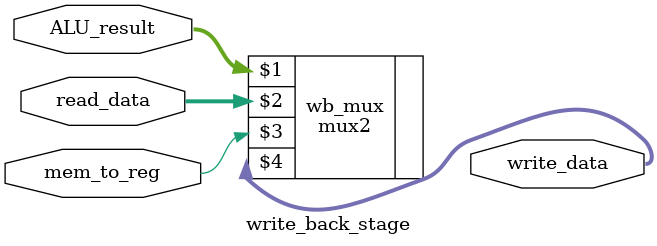
<source format=sv>
`timescale 1ns / 1ps


module write_back_stage(
input logic [31:0]read_data,
input logic [31:0]ALU_result,
input logic mem_to_reg,
output logic [31:0]write_data
);
mux2 wb_mux(ALU_result,read_data,mem_to_reg,write_data);
endmodule

</source>
